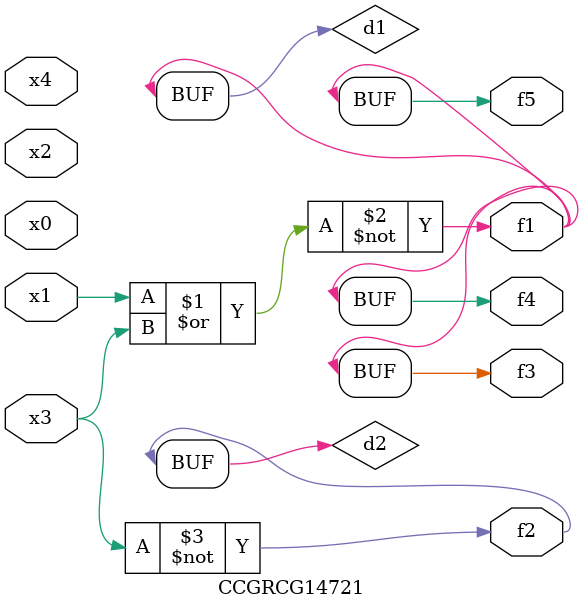
<source format=v>
module CCGRCG14721(
	input x0, x1, x2, x3, x4,
	output f1, f2, f3, f4, f5
);

	wire d1, d2;

	nor (d1, x1, x3);
	not (d2, x3);
	assign f1 = d1;
	assign f2 = d2;
	assign f3 = d1;
	assign f4 = d1;
	assign f5 = d1;
endmodule

</source>
